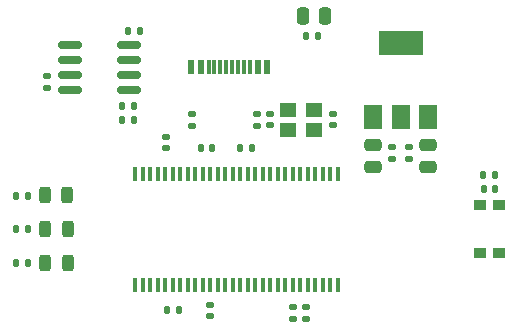
<source format=gbr>
%TF.GenerationSoftware,KiCad,Pcbnew,6.0.11-2627ca5db0~126~ubuntu20.04.1*%
%TF.CreationDate,2023-02-28T17:49:04+07:00*%
%TF.ProjectId,CY7C68013A-56-SSOP,43593743-3638-4303-9133-412d35362d53,rev?*%
%TF.SameCoordinates,Original*%
%TF.FileFunction,Paste,Top*%
%TF.FilePolarity,Positive*%
%FSLAX46Y46*%
G04 Gerber Fmt 4.6, Leading zero omitted, Abs format (unit mm)*
G04 Created by KiCad (PCBNEW 6.0.11-2627ca5db0~126~ubuntu20.04.1) date 2023-02-28 17:49:04*
%MOMM*%
%LPD*%
G01*
G04 APERTURE LIST*
G04 Aperture macros list*
%AMRoundRect*
0 Rectangle with rounded corners*
0 $1 Rounding radius*
0 $2 $3 $4 $5 $6 $7 $8 $9 X,Y pos of 4 corners*
0 Add a 4 corners polygon primitive as box body*
4,1,4,$2,$3,$4,$5,$6,$7,$8,$9,$2,$3,0*
0 Add four circle primitives for the rounded corners*
1,1,$1+$1,$2,$3*
1,1,$1+$1,$4,$5*
1,1,$1+$1,$6,$7*
1,1,$1+$1,$8,$9*
0 Add four rect primitives between the rounded corners*
20,1,$1+$1,$2,$3,$4,$5,0*
20,1,$1+$1,$4,$5,$6,$7,0*
20,1,$1+$1,$6,$7,$8,$9,0*
20,1,$1+$1,$8,$9,$2,$3,0*%
G04 Aperture macros list end*
%ADD10R,1.500000X2.000000*%
%ADD11R,3.800000X2.000000*%
%ADD12RoundRect,0.140000X-0.140000X-0.170000X0.140000X-0.170000X0.140000X0.170000X-0.140000X0.170000X0*%
%ADD13RoundRect,0.135000X0.185000X-0.135000X0.185000X0.135000X-0.185000X0.135000X-0.185000X-0.135000X0*%
%ADD14RoundRect,0.140000X-0.170000X0.140000X-0.170000X-0.140000X0.170000X-0.140000X0.170000X0.140000X0*%
%ADD15RoundRect,0.250000X0.250000X0.475000X-0.250000X0.475000X-0.250000X-0.475000X0.250000X-0.475000X0*%
%ADD16RoundRect,0.243750X0.243750X0.456250X-0.243750X0.456250X-0.243750X-0.456250X0.243750X-0.456250X0*%
%ADD17RoundRect,0.135000X0.135000X0.185000X-0.135000X0.185000X-0.135000X-0.185000X0.135000X-0.185000X0*%
%ADD18RoundRect,0.250000X-0.475000X0.250000X-0.475000X-0.250000X0.475000X-0.250000X0.475000X0.250000X0*%
%ADD19R,1.400000X1.200000*%
%ADD20RoundRect,0.140000X0.140000X0.170000X-0.140000X0.170000X-0.140000X-0.170000X0.140000X-0.170000X0*%
%ADD21RoundRect,0.140000X0.170000X-0.140000X0.170000X0.140000X-0.170000X0.140000X-0.170000X-0.140000X0*%
%ADD22R,1.000000X0.900000*%
%ADD23RoundRect,0.135000X-0.135000X-0.185000X0.135000X-0.185000X0.135000X0.185000X-0.135000X0.185000X0*%
%ADD24R,0.400000X1.200000*%
%ADD25R,0.600000X1.240000*%
%ADD26R,0.300000X1.240000*%
%ADD27RoundRect,0.150000X-0.825000X-0.150000X0.825000X-0.150000X0.825000X0.150000X-0.825000X0.150000X0*%
G04 APERTURE END LIST*
D10*
%TO.C,U3*%
X152335200Y-90424400D03*
X154635200Y-90424400D03*
D11*
X154635200Y-84124400D03*
D10*
X156935200Y-90424400D03*
%TD*%
D12*
%TO.C,C12*%
X141074200Y-93065600D03*
X142034200Y-93065600D03*
%TD*%
D13*
%TO.C,R1*%
X124739400Y-87962200D03*
X124739400Y-86942200D03*
%TD*%
D10*
%TO.C,U3*%
X152335200Y-90424400D03*
X154635200Y-90424400D03*
D11*
X154635200Y-84124400D03*
D10*
X156935200Y-90424400D03*
%TD*%
D14*
%TO.C,C11*%
X145517400Y-106526600D03*
X145517400Y-107486600D03*
%TD*%
D13*
%TO.C,R9*%
X142470200Y-91174200D03*
X142470200Y-90154200D03*
%TD*%
%TO.C,R10*%
X136970200Y-91174200D03*
X136970200Y-90154200D03*
%TD*%
D14*
%TO.C,C5*%
X153949400Y-92992000D03*
X153949400Y-93952000D03*
%TD*%
D15*
%TO.C,C15*%
X148270200Y-81914200D03*
X146370200Y-81914200D03*
%TD*%
D16*
%TO.C,D3*%
X126411900Y-97069240D03*
X124536900Y-97069240D03*
%TD*%
D17*
%TO.C,R8*%
X147630200Y-83534200D03*
X146610200Y-83534200D03*
%TD*%
D12*
%TO.C,C9*%
X134902000Y-106781600D03*
X135862000Y-106781600D03*
%TD*%
D18*
%TO.C,C1*%
X156935200Y-92801400D03*
X156935200Y-94701400D03*
%TD*%
D16*
%TO.C,D1*%
X126442700Y-102758840D03*
X124567700Y-102758840D03*
%TD*%
D17*
%TO.C,R3*%
X132107400Y-89535000D03*
X131087400Y-89535000D03*
%TD*%
D19*
%TO.C,Y1*%
X147345200Y-89814200D03*
X145145200Y-89814200D03*
X145145200Y-91514200D03*
X147345200Y-91514200D03*
%TD*%
D13*
%TO.C,R11*%
X146670200Y-107524200D03*
X146670200Y-106504200D03*
%TD*%
D20*
%TO.C,C6*%
X138706800Y-93065600D03*
X137746800Y-93065600D03*
%TD*%
D14*
%TO.C,C2*%
X155321000Y-92989400D03*
X155321000Y-93949400D03*
%TD*%
D17*
%TO.C,R5*%
X162663600Y-95377000D03*
X161643600Y-95377000D03*
%TD*%
D21*
%TO.C,C4*%
X148895200Y-90184200D03*
X148895200Y-91144200D03*
%TD*%
D22*
%TO.C,SW1*%
X161353600Y-97848200D03*
X161353600Y-101948200D03*
X162953600Y-97848200D03*
X162953600Y-101948200D03*
%TD*%
D23*
%TO.C,R4*%
X122035200Y-102764200D03*
X123055200Y-102764200D03*
%TD*%
D17*
%TO.C,R7*%
X123055200Y-97074200D03*
X122035200Y-97074200D03*
%TD*%
D24*
%TO.C,U1*%
X149339300Y-95249000D03*
X148704300Y-95249000D03*
X148069300Y-95249000D03*
X147434300Y-95249000D03*
X146799300Y-95249000D03*
X146164300Y-95249000D03*
X145529300Y-95249000D03*
X144894300Y-95249000D03*
X144259300Y-95249000D03*
X143624300Y-95249000D03*
X142989300Y-95249000D03*
X142354300Y-95249000D03*
X141719300Y-95249000D03*
X141084300Y-95249000D03*
X140449300Y-95249000D03*
X139814300Y-95249000D03*
X139179300Y-95249000D03*
X138544300Y-95249000D03*
X137909300Y-95249000D03*
X137274300Y-95249000D03*
X136639300Y-95249000D03*
X136004300Y-95249000D03*
X135369300Y-95249000D03*
X134734300Y-95249000D03*
X134099300Y-95249000D03*
X133464300Y-95249000D03*
X132829300Y-95249000D03*
X132194300Y-95249000D03*
X132194300Y-104649000D03*
X132829300Y-104649000D03*
X133464300Y-104649000D03*
X134099300Y-104649000D03*
X134734300Y-104649000D03*
X135369300Y-104649000D03*
X136004300Y-104649000D03*
X136639300Y-104649000D03*
X137274300Y-104649000D03*
X137909300Y-104649000D03*
X138544300Y-104649000D03*
X139179300Y-104649000D03*
X139814300Y-104649000D03*
X140449300Y-104649000D03*
X141084300Y-104649000D03*
X141719300Y-104649000D03*
X142354300Y-104649000D03*
X142989300Y-104649000D03*
X143624300Y-104649000D03*
X144259300Y-104649000D03*
X144894300Y-104649000D03*
X145529300Y-104649000D03*
X146164300Y-104649000D03*
X146799300Y-104649000D03*
X147434300Y-104649000D03*
X148069300Y-104649000D03*
X148704300Y-104649000D03*
X149339300Y-104649000D03*
%TD*%
D12*
%TO.C,C10*%
X131597400Y-83185000D03*
X132557400Y-83185000D03*
%TD*%
D20*
%TO.C,C13*%
X162633600Y-96520000D03*
X161673600Y-96520000D03*
%TD*%
D17*
%TO.C,R2*%
X132107400Y-90703400D03*
X131087400Y-90703400D03*
%TD*%
D14*
%TO.C,C3*%
X143570200Y-91144200D03*
X143570200Y-90184200D03*
%TD*%
%TO.C,C7*%
X138531600Y-106301600D03*
X138531600Y-107261600D03*
%TD*%
D25*
%TO.C,J5*%
X143331800Y-86179200D03*
X142531800Y-86179200D03*
D26*
X141381800Y-86179200D03*
X140381800Y-86179200D03*
X139881800Y-86179200D03*
X138881800Y-86179200D03*
D25*
X137731800Y-86179200D03*
X136931800Y-86179200D03*
X136931800Y-86179200D03*
X137731800Y-86179200D03*
D26*
X138381800Y-86179200D03*
X139381800Y-86179200D03*
X140881800Y-86179200D03*
X141881800Y-86179200D03*
D25*
X142531800Y-86179200D03*
X143331800Y-86179200D03*
%TD*%
D17*
%TO.C,R6*%
X123055200Y-99924200D03*
X122035200Y-99924200D03*
%TD*%
D27*
%TO.C,U2*%
X126658600Y-84302600D03*
X126658600Y-85572600D03*
X126658600Y-86842600D03*
X126658600Y-88112600D03*
X131608600Y-88112600D03*
X131608600Y-86842600D03*
X131608600Y-85572600D03*
X131608600Y-84302600D03*
%TD*%
D21*
%TO.C,C14*%
X134747000Y-93065600D03*
X134747000Y-92105600D03*
%TD*%
D18*
%TO.C,C8*%
X152335200Y-92801400D03*
X152335200Y-94701400D03*
%TD*%
D16*
%TO.C,D2*%
X126442700Y-99924200D03*
X124567700Y-99924200D03*
%TD*%
M02*

</source>
